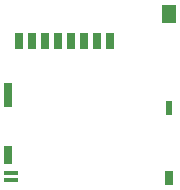
<source format=gbr>
G04 #@! TF.GenerationSoftware,KiCad,Pcbnew,5.0.0-fee4fd1~66~ubuntu16.04.1*
G04 #@! TF.CreationDate,2019-02-25T08:40:39-05:00*
G04 #@! TF.ProjectId,circuit,636972637569742E6B696361645F7063,rev?*
G04 #@! TF.SameCoordinates,Original*
G04 #@! TF.FileFunction,Paste,Bot*
G04 #@! TF.FilePolarity,Positive*
%FSLAX46Y46*%
G04 Gerber Fmt 4.6, Leading zero omitted, Abs format (unit mm)*
G04 Created by KiCad (PCBNEW 5.0.0-fee4fd1~66~ubuntu16.04.1) date Mon Feb 25 08:40:39 2019*
%MOMM*%
%LPD*%
G01*
G04 APERTURE LIST*
%ADD10R,0.800000X1.400000*%
%ADD11R,1.160000X1.500000*%
%ADD12R,0.600000X1.150000*%
%ADD13R,0.650000X1.300000*%
%ADD14R,1.150000X0.450000*%
%ADD15R,0.650000X1.600000*%
%ADD16R,0.650000X2.140000*%
G04 APERTURE END LIST*
D10*
G04 #@! TO.C,SD1*
X198141660Y-78281300D03*
X199241660Y-78281300D03*
X200341660Y-78281300D03*
X201441660Y-78281300D03*
X202541660Y-78281300D03*
X197041660Y-78281300D03*
X195941660Y-78281300D03*
X194841660Y-78281300D03*
D11*
X207561660Y-75981300D03*
D12*
X207561660Y-83956300D03*
D13*
X207586660Y-89881300D03*
D14*
X194201660Y-90106300D03*
D15*
X193961660Y-87941300D03*
D16*
X193961660Y-82861300D03*
D14*
X194201660Y-89446300D03*
G04 #@! TD*
M02*

</source>
